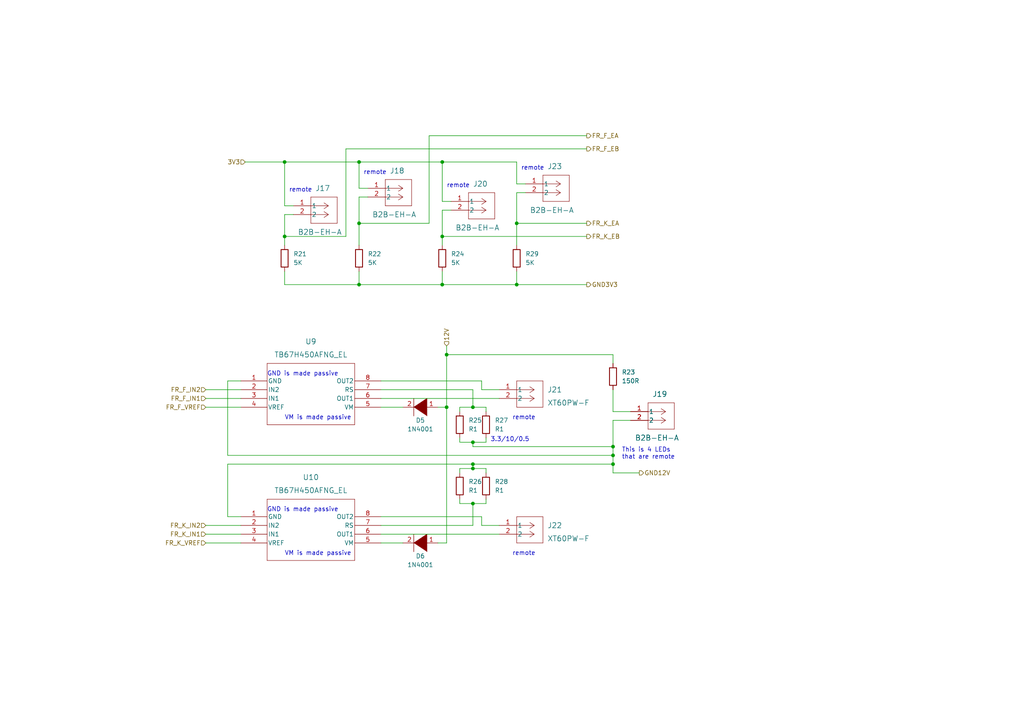
<source format=kicad_sch>
(kicad_sch (version 20211123) (generator eeschema)
  (paper "A4")
  (title_block (title "First pcb for quadruped robot v3") (date "2024-02-06") (rev "0") (company "By Andrey Shefa"))
  (lib_symbols
    (symbol "Device:R" (pin_numbers hide) (pin_names (offset 0))
      (property "Reference" "R" (at 2.032 0 90))
      (property "Value" "R" (at 0 0 90))
      (symbol "R_0_1"
        (rectangle (start -1.016 -2.54) (end 1.016 2.54) (stroke (width 0.254)))
      )
      (symbol "R_1_1"
        (pin passive line (at 0 3.81 270) (length 1.27) (name "~") (number "1"))
        (pin passive line (at 0 -3.81 90) (length 1.27) (name "~") (number "2"))
      )
    )
    (symbol "TB67H450AFNG_EL_1" (pin_names (offset 0.254))
      (property "Reference" "U2" (at 20.32 11.43 0))
      (property "Value" "TB67H450AFNG_EL" (at 20.32 7.62 0))
      (symbol "TB67H450AFNG_EL_1_0_1"
        (polyline (pts (xy 7.62 -12.7) (xy 33.02 -12.7)) (stroke (width 0.127)))
        (polyline (pts (xy 7.62 5.08) (xy 7.62 -12.7)) (stroke (width 0.127)))
        (polyline (pts (xy 33.02 -12.7) (xy 33.02 5.08)) (stroke (width 0.127)))
        (polyline (pts (xy 33.02 5.08) (xy 7.62 5.08)) (stroke (width 0.127)))
        (pin passive line (at 0 0 0) (length 7.62) (name "GND") (number "1"))
        (pin input line (at 0 -2.54 0) (length 7.62) (name "IN2") (number "2"))
        (pin input line (at 0 -5.08 0) (length 7.62) (name "IN1") (number "3"))
        (pin unspecified line (at 0 -7.62 0) (length 7.62) (name "VREF") (number "4"))
        (pin passive line (at 40.64 -7.62 180) (length 7.62) (name "VM") (number "5"))
        (pin output line (at 40.64 -5.08 180) (length 7.62) (name "OUT1") (number "6"))
        (pin unspecified line (at 40.64 -2.54 180) (length 7.62) (name "RS") (number "7"))
        (pin output line (at 40.64 0 180) (length 7.62) (name "OUT2") (number "8"))
      )
    )
    (symbol "library:B2B-EH-A_LFSN" (pin_names (offset 0.254))
      (property "Reference" "J" (at 8.89 6.35 0))
      (property "Value" "B2B-EH-A_LFSN" (at 0 0 0))
      (symbol "B2B-EH-A_LFSN_1_1"
        (polyline (pts (xy 5.08 -5.08) (xy 12.7 -5.08)) (stroke (width 0.127)))
        (polyline (pts (xy 5.08 2.54) (xy 5.08 -5.08)) (stroke (width 0.127)))
        (polyline (pts (xy 10.16 -2.54) (xy 5.08 -2.54)) (stroke (width 0.127)))
        (polyline (pts (xy 10.16 -2.54) (xy 8.89 -3.3867)) (stroke (width 0.127)))
        (polyline (pts (xy 10.16 -2.54) (xy 8.89 -1.6933)) (stroke (width 0.127)))
        (polyline (pts (xy 10.16 0) (xy 5.08 0)) (stroke (width 0.127)))
        (polyline (pts (xy 10.16 0) (xy 8.89 -0.8467)) (stroke (width 0.127)))
        (polyline (pts (xy 10.16 0) (xy 8.89 0.8467)) (stroke (width 0.127)))
        (polyline (pts (xy 12.7 -5.08) (xy 12.7 2.54)) (stroke (width 0.127)))
        (polyline (pts (xy 12.7 2.54) (xy 5.08 2.54)) (stroke (width 0.127)))
        (pin unspecified line (at 0 0 0) (length 5.08) (name "1") (number "1"))
        (pin unspecified line (at 0 -2.54 0) (length 5.08) (name "2") (number "2"))
      )
      (symbol "B2B-EH-A_LFSN_1_2"
        (polyline (pts (xy 5.08 -5.08) (xy 12.7 -5.08)) (stroke (width 0.127)))
        (polyline (pts (xy 5.08 2.54) (xy 5.08 -5.08)) (stroke (width 0.127)))
        (polyline (pts (xy 7.62 -2.54) (xy 5.08 -2.54)) (stroke (width 0.127)))
        (polyline (pts (xy 7.62 -2.54) (xy 8.89 -3.3867)) (stroke (width 0.127)))
        (polyline (pts (xy 7.62 -2.54) (xy 8.89 -1.6933)) (stroke (width 0.127)))
        (polyline (pts (xy 7.62 0) (xy 5.08 0)) (stroke (width 0.127)))
        (polyline (pts (xy 7.62 0) (xy 8.89 -0.8467)) (stroke (width 0.127)))
        (polyline (pts (xy 7.62 0) (xy 8.89 0.8467)) (stroke (width 0.127)))
        (polyline (pts (xy 12.7 -5.08) (xy 12.7 2.54)) (stroke (width 0.127)))
        (polyline (pts (xy 12.7 2.54) (xy 5.08 2.54)) (stroke (width 0.127)))
        (pin unspecified line (at 0 0 0) (length 5.08) (name "1") (number "1"))
        (pin unspecified line (at 0 -2.54 0) (length 5.08) (name "2") (number "2"))
      )
    )
    (symbol "library:TB67H450AFNG_EL" (pin_names (offset 0.254))
      (property "Reference" "U5" (at 20.32 11.43 0))
      (property "Value" "TB67H450AFNG_EL" (at 20.32 7.62 0))
      (symbol "TB67H450AFNG_EL_0_1"
        (polyline (pts (xy 7.62 -12.7) (xy 33.02 -12.7)) (stroke (width 0.127)))
        (polyline (pts (xy 7.62 5.08) (xy 7.62 -12.7)) (stroke (width 0.127)))
        (polyline (pts (xy 33.02 -12.7) (xy 33.02 5.08)) (stroke (width 0.127)))
        (polyline (pts (xy 33.02 5.08) (xy 7.62 5.08)) (stroke (width 0.127)))
        (pin passive line (at 0 0 0) (length 7.62) (name "GND") (number "1"))
        (pin input line (at 0 -2.54 0) (length 7.62) (name "IN2") (number "2"))
        (pin input line (at 0 -5.08 0) (length 7.62) (name "IN1") (number "3"))
        (pin unspecified line (at 0 -7.62 0) (length 7.62) (name "VREF") (number "4"))
        (pin passive line (at 40.64 -7.62 180) (length 7.62) (name "VM") (number "5"))
        (pin output line (at 40.64 -5.08 180) (length 7.62) (name "OUT1") (number "6"))
        (pin unspecified line (at 40.64 -2.54 180) (length 7.62) (name "RS") (number "7"))
        (pin output line (at 40.64 0 180) (length 7.62) (name "OUT2") (number "8"))
      )
    )
    (symbol "library:XT60PW-F" (pin_names (offset 0.254))
      (property "Reference" "J" (at 8.89 6.35 0))
      (property "Value" "XT60PW-F" (at 0 0 0))
      (symbol "XT60PW-F_1_1"
        (polyline (pts (xy 5.08 -5.08) (xy 12.7 -5.08)) (stroke (width 0.127)))
        (polyline (pts (xy 5.08 2.54) (xy 5.08 -5.08)) (stroke (width 0.127)))
        (polyline (pts (xy 10.16 -2.54) (xy 5.08 -2.54)) (stroke (width 0.127)))
        (polyline (pts (xy 10.16 -2.54) (xy 8.89 -3.3867)) (stroke (width 0.127)))
        (polyline (pts (xy 10.16 -2.54) (xy 8.89 -1.6933)) (stroke (width 0.127)))
        (polyline (pts (xy 10.16 0) (xy 5.08 0)) (stroke (width 0.127)))
        (polyline (pts (xy 10.16 0) (xy 8.89 -0.8467)) (stroke (width 0.127)))
        (polyline (pts (xy 10.16 0) (xy 8.89 0.8467)) (stroke (width 0.127)))
        (polyline (pts (xy 12.7 -5.08) (xy 12.7 2.54)) (stroke (width 0.127)))
        (polyline (pts (xy 12.7 2.54) (xy 5.08 2.54)) (stroke (width 0.127)))
        (pin unspecified line (at 0 0 0) (length 5.08) (name "1") (number "1"))
        (pin unspecified line (at 0 -2.54 0) (length 5.08) (name "2") (number "2"))
      )
      (symbol "XT60PW-F_1_2"
        (polyline (pts (xy 5.08 -5.08) (xy 12.7 -5.08)) (stroke (width 0.127)))
        (polyline (pts (xy 5.08 2.54) (xy 5.08 -5.08)) (stroke (width 0.127)))
        (polyline (pts (xy 7.62 -2.54) (xy 5.08 -2.54)) (stroke (width 0.127)))
        (polyline (pts (xy 7.62 -2.54) (xy 8.89 -3.3867)) (stroke (width 0.127)))
        (polyline (pts (xy 7.62 -2.54) (xy 8.89 -1.6933)) (stroke (width 0.127)))
        (polyline (pts (xy 7.62 0) (xy 5.08 0)) (stroke (width 0.127)))
        (polyline (pts (xy 7.62 0) (xy 8.89 -0.8467)) (stroke (width 0.127)))
        (polyline (pts (xy 7.62 0) (xy 8.89 0.8467)) (stroke (width 0.127)))
        (polyline (pts (xy 12.7 -5.08) (xy 12.7 2.54)) (stroke (width 0.127)))
        (polyline (pts (xy 12.7 2.54) (xy 5.08 2.54)) (stroke (width 0.127)))
        (pin unspecified line (at 0 0 0) (length 5.08) (name "1") (number "1"))
        (pin unspecified line (at 0 -2.54 0) (length 5.08) (name "2") (number "2"))
      )
    )
    (symbol "pspice:DIODE" (pin_names (offset 1.016) hide)
      (property "Reference" "D" (at 0 3.81 0))
      (property "Value" "DIODE" (at 0 -4.445 0))
      (symbol "DIODE_0_1"
        (polyline (pts (xy 1.905 2.54) (xy 1.905 -2.54)))
        (polyline (pts (xy -1.905 2.54) (xy -1.905 -2.54) (xy 1.905 0)) (fill (type outline)))
      )
      (symbol "DIODE_1_1"
        (pin input line (at -5.08 0 0) (length 3.81) (name "K") (number "1"))
        (pin input line (at 5.08 0 180) (length 3.81) (name "A") (number "2"))
      )
    )
  )
  (junction (at 149.86 64.77))
  (junction (at 177.8 134.62))
  (junction (at 82.55 46.99))
  (junction (at 104.14 46.99))
  (junction (at 137.16 134.62))
  (junction (at 104.14 64.77))
  (junction (at 129.54 102.87))
  (junction (at 177.8 129.54))
  (junction (at 137.16 118.11))
  (junction (at 137.16 128.27))
  (junction (at 128.27 46.99))
  (junction (at 137.16 146.05))
  (junction (at 129.54 118.11))
  (junction (at 137.16 135.89))
  (junction (at 104.14 82.55))
  (junction (at 128.27 82.55))
  (junction (at 82.55 68.58))
  (junction (at 149.86 82.55))
  (junction (at 177.8 132.08))
  (junction (at 128.27 68.58))
  (wire (pts (xy 69.85 149.86) (xy 66.04 149.86)))
  (wire (pts (xy 128.27 82.55) (xy 149.86 82.55)))
  (wire (pts (xy 129.54 100.33) (xy 129.54 102.87)))
  (wire (pts (xy 140.97 146.05) (xy 137.16 146.05)))
  (wire (pts (xy 124.46 39.37) (xy 170.18 39.37)))
  (wire (pts (xy 127 157.48) (xy 129.54 157.48)))
  (wire (pts (xy 110.49 154.94) (xy 144.78 154.94)))
  (wire (pts (xy 133.35 135.89) (xy 137.16 135.89)))
  (wire (pts (xy 82.55 82.55) (xy 104.14 82.55)))
  (wire (pts (xy 129.54 157.48) (xy 129.54 118.11)))
  (wire (pts (xy 140.97 118.11) (xy 137.16 118.11)))
  (wire (pts (xy 139.7 113.03) (xy 139.7 110.49)))
  (wire (pts (xy 128.27 46.99) (xy 128.27 58.42)))
  (wire (pts (xy 140.97 137.16) (xy 140.97 135.89)))
  (wire (pts (xy 110.49 115.57) (xy 144.78 115.57)))
  (wire (pts (xy 110.49 157.48) (xy 116.84 157.48)))
  (wire (pts (xy 85.09 59.69) (xy 82.55 59.69)))
  (wire (pts (xy 82.55 62.23) (xy 85.09 62.23)))
  (wire (pts (xy 129.54 102.87) (xy 129.54 118.11)))
  (wire (pts (xy 149.86 64.77) (xy 149.86 71.12)))
  (wire (pts (xy 106.68 54.61) (xy 104.14 54.61)))
  (wire (pts (xy 82.55 78.74) (xy 82.55 82.55)))
  (wire (pts (xy 177.8 121.92) (xy 182.88 121.92)))
  (wire (pts (xy 66.04 132.08) (xy 177.8 132.08)))
  (wire (pts (xy 177.8 119.38) (xy 182.88 119.38)))
  (wire (pts (xy 104.14 57.15) (xy 104.14 64.77)))
  (wire (pts (xy 133.35 119.38) (xy 133.35 118.11)))
  (wire (pts (xy 139.7 110.49) (xy 110.49 110.49)))
  (wire (pts (xy 177.8 132.08) (xy 177.8 134.62)))
  (wire (pts (xy 104.14 64.77) (xy 124.46 64.77)))
  (wire (pts (xy 149.86 46.99) (xy 149.86 53.34)))
  (wire (pts (xy 133.35 118.11) (xy 137.16 118.11)))
  (wire (pts (xy 149.86 64.77) (xy 170.18 64.77)))
  (wire (pts (xy 137.16 129.54) (xy 177.8 129.54)))
  (wire (pts (xy 104.14 78.74) (xy 104.14 82.55)))
  (wire (pts (xy 137.16 135.89) (xy 137.16 134.62)))
  (wire (pts (xy 69.85 110.49) (xy 66.04 110.49)))
  (wire (pts (xy 82.55 68.58) (xy 82.55 71.12)))
  (wire (pts (xy 133.35 128.27) (xy 137.16 128.27)))
  (wire (pts (xy 149.86 55.88) (xy 149.86 64.77)))
  (wire (pts (xy 140.97 119.38) (xy 140.97 118.11)))
  (wire (pts (xy 59.69 118.11) (xy 69.85 118.11)))
  (wire (pts (xy 137.16 128.27) (xy 137.16 129.54)))
  (wire (pts (xy 149.86 82.55) (xy 170.18 82.55)))
  (wire (pts (xy 59.69 113.03) (xy 69.85 113.03)))
  (wire (pts (xy 149.86 78.74) (xy 149.86 82.55)))
  (wire (pts (xy 104.14 64.77) (xy 104.14 71.12)))
  (wire (pts (xy 139.7 149.86) (xy 110.49 149.86)))
  (wire (pts (xy 59.69 154.94) (xy 69.85 154.94)))
  (wire (pts (xy 140.97 144.78) (xy 140.97 146.05)))
  (wire (pts (xy 71.12 46.99) (xy 82.55 46.99)))
  (wire (pts (xy 110.49 113.03) (xy 137.16 113.03)))
  (wire (pts (xy 104.14 57.15) (xy 106.68 57.15)))
  (wire (pts (xy 82.55 62.23) (xy 82.55 68.58)))
  (wire (pts (xy 82.55 46.99) (xy 82.55 59.69)))
  (wire (pts (xy 177.8 113.03) (xy 177.8 119.38)))
  (wire (pts (xy 177.8 121.92) (xy 177.8 129.54)))
  (wire (pts (xy 137.16 118.11) (xy 137.16 113.03)))
  (wire (pts (xy 59.69 115.57) (xy 69.85 115.57)))
  (wire (pts (xy 100.33 43.18) (xy 170.18 43.18)))
  (wire (pts (xy 140.97 128.27) (xy 137.16 128.27)))
  (wire (pts (xy 82.55 46.99) (xy 104.14 46.99)))
  (wire (pts (xy 137.16 146.05) (xy 137.16 152.4)))
  (wire (pts (xy 104.14 82.55) (xy 128.27 82.55)))
  (wire (pts (xy 128.27 60.96) (xy 128.27 68.58)))
  (wire (pts (xy 137.16 134.62) (xy 177.8 134.62)))
  (wire (pts (xy 140.97 135.89) (xy 137.16 135.89)))
  (wire (pts (xy 104.14 46.99) (xy 104.14 54.61)))
  (wire (pts (xy 124.46 64.77) (xy 124.46 39.37)))
  (wire (pts (xy 66.04 134.62) (xy 137.16 134.62)))
  (wire (pts (xy 128.27 46.99) (xy 149.86 46.99)))
  (wire (pts (xy 66.04 149.86) (xy 66.04 134.62)))
  (wire (pts (xy 130.81 60.96) (xy 128.27 60.96)))
  (wire (pts (xy 144.78 152.4) (xy 139.7 152.4)))
  (wire (pts (xy 128.27 68.58) (xy 170.18 68.58)))
  (wire (pts (xy 177.8 134.62) (xy 177.8 137.16)))
  (wire (pts (xy 59.69 157.48) (xy 69.85 157.48)))
  (wire (pts (xy 139.7 152.4) (xy 139.7 149.86)))
  (wire (pts (xy 177.8 137.16) (xy 185.42 137.16)))
  (wire (pts (xy 110.49 152.4) (xy 137.16 152.4)))
  (wire (pts (xy 133.35 127) (xy 133.35 128.27)))
  (wire (pts (xy 140.97 127) (xy 140.97 128.27)))
  (wire (pts (xy 144.78 113.03) (xy 139.7 113.03)))
  (wire (pts (xy 59.69 152.4) (xy 69.85 152.4)))
  (wire (pts (xy 128.27 68.58) (xy 128.27 71.12)))
  (wire (pts (xy 177.8 105.41) (xy 177.8 102.87)))
  (wire (pts (xy 66.04 110.49) (xy 66.04 132.08)))
  (wire (pts (xy 133.35 146.05) (xy 137.16 146.05)))
  (wire (pts (xy 128.27 78.74) (xy 128.27 82.55)))
  (wire (pts (xy 82.55 68.58) (xy 100.33 68.58)))
  (wire (pts (xy 110.49 118.11) (xy 116.84 118.11)))
  (wire (pts (xy 133.35 137.16) (xy 133.35 135.89)))
  (wire (pts (xy 177.8 129.54) (xy 177.8 132.08)))
  (wire (pts (xy 100.33 68.58) (xy 100.33 43.18)))
  (wire (pts (xy 104.14 46.99) (xy 128.27 46.99)))
  (wire (pts (xy 133.35 144.78) (xy 133.35 146.05)))
  (wire (pts (xy 152.4 53.34) (xy 149.86 53.34)))
  (wire (pts (xy 177.8 102.87) (xy 129.54 102.87)))
  (wire (pts (xy 127 118.11) (xy 129.54 118.11)))
  (wire (pts (xy 128.27 58.42) (xy 130.81 58.42)))
  (wire (pts (xy 149.86 55.88) (xy 152.4 55.88)))
  (text "This is 4 LEDs \nthat are remote" (at 180.34 133.35 0) (effects (font (size 1.27 1.27)) (justify left bottom)))
  (text "GND is made passive" (at 77.47 148.59 0) (effects (font (size 1.27 1.27)) (justify left bottom)))
  (text "3.3/10/0.5" (at 142.24 128.27 0) (effects (font (size 1.27 1.27)) (justify left bottom)))
  (text "remote\n" (at 83.82 55.88 0) (effects (font (size 1.27 1.27)) (justify left bottom)))
  (text "VM is made passive" (at 82.55 161.29 0) (effects (font (size 1.27 1.27)) (justify left bottom)))
  (text "remote\n" (at 105.41 50.8 0) (effects (font (size 1.27 1.27)) (justify left bottom)))
  (text "VM is made passive" (at 82.55 121.92 0) (effects (font (size 1.27 1.27)) (justify left bottom)))
  (text "remote\n" (at 151.13 49.53 0) (effects (font (size 1.27 1.27)) (justify left bottom)))
  (text "remote\n" (at 148.59 121.92 0) (effects (font (size 1.27 1.27)) (justify left bottom)))
  (text "remote\n" (at 148.59 161.29 0) (effects (font (size 1.27 1.27)) (justify left bottom)))
  (text "GND is made passive" (at 77.47 109.22 0) (effects (font (size 1.27 1.27)) (justify left bottom)))
  (text "remote\n" (at 129.54 54.61 0) (effects (font (size 1.27 1.27)) (justify left bottom)))
  (hierarchical_label "FR_K_VREF" (shape input) (at 59.69 157.48 180))
  (hierarchical_label "FR_K_IN2" (shape input) (at 59.69 152.4 180))
  (hierarchical_label "3V3" (shape input) (at 71.12 46.99 180))
  (hierarchical_label "FR_F_IN2" (shape input) (at 59.69 113.03 180))
  (hierarchical_label "GND3V3" (shape output) (at 170.18 82.55 0))
  (hierarchical_label "FR_F_EA" (shape output) (at 170.18 39.37 0))
  (hierarchical_label "FR_F_EB" (shape output) (at 170.18 43.18 0))
  (hierarchical_label "FR_K_EA" (shape output) (at 170.18 64.77 0))
  (hierarchical_label "FR_F_IN1" (shape input) (at 59.69 115.57 180))
  (hierarchical_label "FR_K_EB" (shape output) (at 170.18 68.58 0))
  (hierarchical_label "12V" (shape input) (at 129.54 100.33 90))
  (hierarchical_label "FR_F_VREF" (shape input) (at 59.69 118.11 180))
  (hierarchical_label "FR_K_IN1" (shape input) (at 59.69 154.94 180))
  (hierarchical_label "GND12V" (shape output) (at 185.42 137.16 0))
  (symbol (lib_id "pspice:DIODE") (at 121.92 118.11 180) (unit 1)
    (property "Reference" "D5" (at 121.92 121.92 0))
    (property "Value" "1N4001" (at 121.92 124.46 0))
    (property "Footprint" "Diode_THT:D_DO-41_SOD81_P7.62mm_Horizontal" (effects hide))
  )
  (symbol (lib_id "library:B2B-EH-A_LFSN") (at 182.88 119.38 0) (unit 1)
    (property "Reference" "J19" (at 189.23 114.3 0) (effects (font (size 1.524 1.524)) (justify left)))
    (property "Value" "B2B-EH-A" (at 184.15 127 0) (effects (font (size 1.524 1.524)) (justify left)))
    (property "Footprint" "quadruped-lib-footprints:CONN_B2B-EH-A LFSN_JST" (effects hide))
    (property "Datasheet" "B2B-EH-A LFSN" (effects hide))
  )
  (symbol (lib_id "library:TB67H450AFNG_EL") (at 69.85 149.86 0) (unit 1)
    (property "Reference" "U10" (at 90.17 138.43 0) (effects (font (size 1.524 1.524))))
    (property "Value" "TB67H450AFNG_EL" (at 90.17 142.24 0) (effects (font (size 1.524 1.524))))
    (property "Footprint" "quadruped-lib-footprints:P-HSOP8-0405-1.27-002_TOS" (effects hide))
    (property "Datasheet" "TB67H450AFNG_EL" (effects hide))
  )
  (symbol (lib_id "library:B2B-EH-A_LFSN") (at 106.68 54.61 0) (unit 1)
    (property "Reference" "J18" (at 113.03 49.53 0) (effects (font (size 1.524 1.524)) (justify left)))
    (property "Value" "B2B-EH-A" (at 107.95 62.23 0) (effects (font (size 1.524 1.524)) (justify left)))
    (property "Footprint" "quadruped-lib-footprints:CONN_B2B-EH-A LFSN_JST" (effects hide))
    (property "Datasheet" "B2B-EH-A LFSN" (effects hide))
  )
  (symbol (lib_id "Device:R") (at 177.8 109.22 180) (unit 1)
    (property "Reference" "R23" (at 180.34 107.9499 0) (effects (justify right)))
    (property "Value" "150R" (at 180.34 110.4899 0) (effects (justify right)))
    (property "Footprint" "Resistor_THT:R_Axial_DIN0207_L6.3mm_D2.5mm_P10.16mm_Horizontal" (effects hide))
  )
  (symbol (lib_id "library:B2B-EH-A_LFSN") (at 130.81 58.42 0) (unit 1)
    (property "Reference" "J20" (at 137.16 53.34 0) (effects (font (size 1.524 1.524)) (justify left)))
    (property "Value" "B2B-EH-A" (at 132.08 66.04 0) (effects (font (size 1.524 1.524)) (justify left)))
    (property "Footprint" "quadruped-lib-footprints:CONN_B2B-EH-A LFSN_JST" (effects hide))
    (property "Datasheet" "B2B-EH-A LFSN" (effects hide))
  )
  (symbol (lib_id "Device:R") (at 149.86 74.93 0) (unit 1)
    (property "Reference" "R29" (at 152.4 73.6599 0) (effects (justify left)))
    (property "Value" "5K" (at 152.4 76.1999 0) (effects (justify left)))
    (property "Footprint" "Resistor_THT:R_Axial_DIN0207_L6.3mm_D2.5mm_P10.16mm_Horizontal" (effects hide))
  )
  (symbol (lib_id "Device:R") (at 128.27 74.93 0) (unit 1)
    (property "Reference" "R24" (at 130.81 73.6599 0) (effects (justify left)))
    (property "Value" "5K" (at 130.81 76.1999 0) (effects (justify left)))
    (property "Footprint" "Resistor_THT:R_Axial_DIN0207_L6.3mm_D2.5mm_P10.16mm_Horizontal" (effects hide))
  )
  (symbol (lib_id "library:XT60PW-F") (at 144.78 152.4 0) (unit 1)
    (property "Reference" "J22" (at 158.75 152.4 0) (effects (font (size 1.524 1.524)) (justify left)))
    (property "Value" "XT60PW-F" (at 158.75 156.21 0) (effects (font (size 1.524 1.524)) (justify left)))
    (property "Footprint" "quadruped-lib-footprints:CONN_XT60PW-F_AMA" (effects hide))
    (property "Datasheet" "XT60PW-F" (effects hide))
  )
  (symbol (lib_id "Device:R") (at 104.14 74.93 0) (unit 1)
    (property "Reference" "R22" (at 106.68 73.6599 0) (effects (justify left)))
    (property "Value" "5K" (at 106.68 76.1999 0) (effects (justify left)))
    (property "Footprint" "Resistor_THT:R_Axial_DIN0207_L6.3mm_D2.5mm_P10.16mm_Horizontal" (effects hide))
  )
  (symbol (lib_id "library:XT60PW-F") (at 144.78 113.03 0) (unit 1)
    (property "Reference" "J21" (at 158.75 113.03 0) (effects (font (size 1.524 1.524)) (justify left)))
    (property "Value" "XT60PW-F" (at 158.75 116.84 0) (effects (font (size 1.524 1.524)) (justify left)))
    (property "Footprint" "quadruped-lib-footprints:CONN_XT60PW-F_AMA" (effects hide))
    (property "Datasheet" "XT60PW-F" (effects hide))
  )
  (symbol (lib_id "Device:R") (at 140.97 140.97 0) (unit 1)
    (property "Reference" "R28" (at 143.51 139.6999 0) (effects (justify left)))
    (property "Value" "R1" (at 143.51 142.2399 0) (effects (justify left)))
    (property "Footprint" "Resistor_THT:R_Axial_DIN0207_L6.3mm_D2.5mm_P10.16mm_Horizontal" (effects hide))
  )
  (symbol (lib_id "library:B2B-EH-A_LFSN") (at 85.09 59.69 0) (unit 1)
    (property "Reference" "J17" (at 91.44 54.61 0) (effects (font (size 1.524 1.524)) (justify left)))
    (property "Value" "B2B-EH-A" (at 86.36 67.31 0) (effects (font (size 1.524 1.524)) (justify left)))
    (property "Footprint" "quadruped-lib-footprints:CONN_B2B-EH-A LFSN_JST" (effects hide))
    (property "Datasheet" "B2B-EH-A LFSN" (effects hide))
  )
  (symbol (lib_name "TB67H450AFNG_EL_1") (lib_id "library:TB67H450AFNG_EL") (at 69.85 110.49 0) (unit 1)
    (property "Reference" "U9" (at 90.17 99.06 0) (effects (font (size 1.524 1.524))))
    (property "Value" "TB67H450AFNG_EL" (at 90.17 102.87 0) (effects (font (size 1.524 1.524))))
    (property "Footprint" "quadruped-lib-footprints:P-HSOP8-0405-1.27-002_TOS" (effects hide))
    (property "Datasheet" "TB67H450AFNG_EL" (effects hide))
  )
  (symbol (lib_id "pspice:DIODE") (at 121.92 157.48 180) (unit 1)
    (property "Reference" "D6" (at 121.92 161.29 0))
    (property "Value" "1N4001" (at 121.92 163.83 0))
    (property "Footprint" "Diode_THT:D_DO-41_SOD81_P7.62mm_Horizontal" (effects hide))
  )
  (symbol (lib_id "Device:R") (at 133.35 140.97 0) (unit 1)
    (property "Reference" "R26" (at 135.89 139.6999 0) (effects (justify left)))
    (property "Value" "R1" (at 135.89 142.2399 0) (effects (justify left)))
    (property "Footprint" "Resistor_THT:R_Axial_DIN0207_L6.3mm_D2.5mm_P10.16mm_Horizontal" (effects hide))
  )
  (symbol (lib_id "Device:R") (at 82.55 74.93 0) (unit 1)
    (property "Reference" "R21" (at 85.09 73.6599 0) (effects (justify left)))
    (property "Value" "5K" (at 85.09 76.1999 0) (effects (justify left)))
    (property "Footprint" "Resistor_THT:R_Axial_DIN0207_L6.3mm_D2.5mm_P10.16mm_Horizontal" (effects hide))
  )
  (symbol (lib_id "Device:R") (at 140.97 123.19 0) (unit 1)
    (property "Reference" "R27" (at 143.51 121.9199 0) (effects (justify left)))
    (property "Value" "R1" (at 143.51 124.4599 0) (effects (justify left)))
    (property "Footprint" "Resistor_THT:R_Axial_DIN0207_L6.3mm_D2.5mm_P10.16mm_Horizontal" (effects hide))
  )
  (symbol (lib_id "Device:R") (at 133.35 123.19 0) (unit 1)
    (property "Reference" "R25" (at 135.89 121.9199 0) (effects (justify left)))
    (property "Value" "R1" (at 135.89 124.4599 0) (effects (justify left)))
    (property "Footprint" "Resistor_THT:R_Axial_DIN0207_L6.3mm_D2.5mm_P10.16mm_Horizontal" (effects hide))
  )
  (symbol (lib_id "library:B2B-EH-A_LFSN") (at 152.4 53.34 0) (unit 1)
    (property "Reference" "J23" (at 158.75 48.26 0) (effects (font (size 1.524 1.524)) (justify left)))
    (property "Value" "B2B-EH-A" (at 153.67 60.96 0) (effects (font (size 1.524 1.524)) (justify left)))
    (property "Footprint" "quadruped-lib-footprints:CONN_B2B-EH-A LFSN_JST" (effects hide))
    (property "Datasheet" "B2B-EH-A LFSN" (effects hide))
  )
)
</source>
